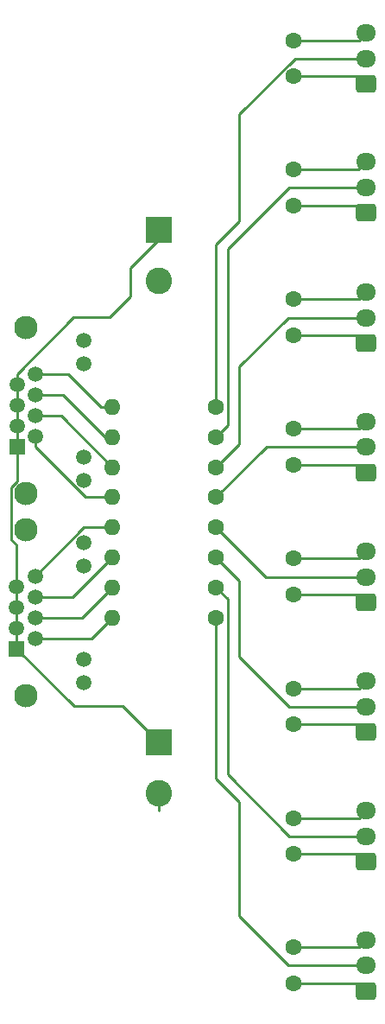
<source format=gbr>
%TF.GenerationSoftware,KiCad,Pcbnew,7.0.2*%
%TF.CreationDate,2023-05-20T11:27:23+02:00*%
%TF.ProjectId,octostrip,6f63746f-7374-4726-9970-2e6b69636164,rev?*%
%TF.SameCoordinates,Original*%
%TF.FileFunction,Copper,L1,Top*%
%TF.FilePolarity,Positive*%
%FSLAX46Y46*%
G04 Gerber Fmt 4.6, Leading zero omitted, Abs format (unit mm)*
G04 Created by KiCad (PCBNEW 7.0.2) date 2023-05-20 11:27:23*
%MOMM*%
%LPD*%
G01*
G04 APERTURE LIST*
G04 Aperture macros list*
%AMRoundRect*
0 Rectangle with rounded corners*
0 $1 Rounding radius*
0 $2 $3 $4 $5 $6 $7 $8 $9 X,Y pos of 4 corners*
0 Add a 4 corners polygon primitive as box body*
4,1,4,$2,$3,$4,$5,$6,$7,$8,$9,$2,$3,0*
0 Add four circle primitives for the rounded corners*
1,1,$1+$1,$2,$3*
1,1,$1+$1,$4,$5*
1,1,$1+$1,$6,$7*
1,1,$1+$1,$8,$9*
0 Add four rect primitives between the rounded corners*
20,1,$1+$1,$2,$3,$4,$5,0*
20,1,$1+$1,$4,$5,$6,$7,0*
20,1,$1+$1,$6,$7,$8,$9,0*
20,1,$1+$1,$8,$9,$2,$3,0*%
G04 Aperture macros list end*
%TA.AperFunction,ComponentPad*%
%ADD10R,2.600000X2.600000*%
%TD*%
%TA.AperFunction,ComponentPad*%
%ADD11C,2.600000*%
%TD*%
%TA.AperFunction,ComponentPad*%
%ADD12R,1.500000X1.500000*%
%TD*%
%TA.AperFunction,ComponentPad*%
%ADD13C,1.500000*%
%TD*%
%TA.AperFunction,ComponentPad*%
%ADD14C,2.300000*%
%TD*%
%TA.AperFunction,ComponentPad*%
%ADD15C,1.600000*%
%TD*%
%TA.AperFunction,ComponentPad*%
%ADD16O,1.600000X1.600000*%
%TD*%
%TA.AperFunction,ComponentPad*%
%ADD17RoundRect,0.250000X0.725000X-0.600000X0.725000X0.600000X-0.725000X0.600000X-0.725000X-0.600000X0*%
%TD*%
%TA.AperFunction,ComponentPad*%
%ADD18O,1.950000X1.700000*%
%TD*%
%TA.AperFunction,Conductor*%
%ADD19C,0.250000*%
%TD*%
G04 APERTURE END LIST*
D10*
%TO.P,Power1,1,Pin_1*%
%TO.N,GND*%
X77208000Y-73954000D03*
D11*
%TO.P,Power1,2,Pin_2*%
%TO.N,unconnected-(Power1-Pin_2-Pad2)*%
X77208000Y-78954000D03*
%TD*%
D12*
%TO.P,RJ2,1*%
%TO.N,GND*%
X63248000Y-115060000D03*
D13*
%TO.P,RJ2,2*%
%TO.N,Net-(R8-Pad2)*%
X65028000Y-114044000D03*
%TO.P,RJ2,3*%
%TO.N,GND*%
X63248000Y-113028000D03*
%TO.P,RJ2,4*%
%TO.N,Net-(R7-Pad2)*%
X65028000Y-112012000D03*
%TO.P,RJ2,5*%
%TO.N,GND*%
X63248000Y-110996000D03*
%TO.P,RJ2,6*%
%TO.N,Net-(R6-Pad2)*%
X65028000Y-109980000D03*
%TO.P,RJ2,7*%
%TO.N,GND*%
X63248000Y-108964000D03*
%TO.P,RJ2,8*%
%TO.N,Net-(R5-Pad2)*%
X65028000Y-107948000D03*
%TO.P,RJ2,9*%
%TO.N,N/C*%
X69848000Y-118360000D03*
%TO.P,RJ2,10*%
X69848000Y-116070000D03*
%TO.P,RJ2,11*%
X69848000Y-106930000D03*
%TO.P,RJ2,12*%
X69848000Y-104640000D03*
D14*
%TO.P,RJ2,SH*%
X64138000Y-119630000D03*
X64138000Y-103370000D03*
%TD*%
D10*
%TO.P,Power2,1,Pin_1*%
%TO.N,GND*%
X77216000Y-124206000D03*
D11*
%TO.P,Power2,2,Pin_2*%
%TO.N,unconnected-(Power2-Pin_2-Pad2)*%
X77216000Y-129206000D03*
%TD*%
D15*
%TO.P,C8,1*%
%TO.N,Net-(STRIP1-Pin_3)*%
X90424000Y-144272000D03*
%TO.P,C8,2*%
%TO.N,GND*%
X90424000Y-147772000D03*
%TD*%
%TO.P,C6,1*%
%TO.N,Net-(STRIP1-Pin_3)*%
X90424000Y-118900000D03*
%TO.P,C6,2*%
%TO.N,GND*%
X90424000Y-122400000D03*
%TD*%
%TO.P,R5,1*%
%TO.N,Net-(STRIP5-Pin_2)*%
X82804000Y-103124000D03*
D16*
%TO.P,R5,2*%
%TO.N,Net-(R5-Pad2)*%
X72644000Y-103124000D03*
%TD*%
D15*
%TO.P,R6,1*%
%TO.N,Net-(STRIP6-Pin_2)*%
X82804000Y-106074000D03*
D16*
%TO.P,R6,2*%
%TO.N,Net-(R6-Pad2)*%
X72644000Y-106074000D03*
%TD*%
D17*
%TO.P,STRIP6,1,Pin_1*%
%TO.N,GND*%
X97536000Y-123190000D03*
D18*
%TO.P,STRIP6,2,Pin_2*%
%TO.N,Net-(STRIP6-Pin_2)*%
X97536000Y-120690000D03*
%TO.P,STRIP6,3,Pin_3*%
%TO.N,Net-(STRIP1-Pin_3)*%
X97536000Y-118190000D03*
%TD*%
D15*
%TO.P,R2,1*%
%TO.N,Net-(STRIP2-Pin_2)*%
X82804000Y-94274000D03*
D16*
%TO.P,R2,2*%
%TO.N,Net-(R2-Pad2)*%
X72644000Y-94274000D03*
%TD*%
D15*
%TO.P,R4,1*%
%TO.N,Net-(STRIP4-Pin_2)*%
X82804000Y-100174000D03*
D16*
%TO.P,R4,2*%
%TO.N,Net-(R4-Pad2)*%
X72644000Y-100174000D03*
%TD*%
D15*
%TO.P,C7,1*%
%TO.N,Net-(STRIP1-Pin_3)*%
X90424000Y-131600000D03*
%TO.P,C7,2*%
%TO.N,GND*%
X90424000Y-135100000D03*
%TD*%
%TO.P,C2,1*%
%TO.N,Net-(STRIP1-Pin_3)*%
X90424000Y-68072000D03*
%TO.P,C2,2*%
%TO.N,GND*%
X90424000Y-71572000D03*
%TD*%
%TO.P,C1,1*%
%TO.N,Net-(STRIP1-Pin_3)*%
X90424000Y-55400000D03*
%TO.P,C1,2*%
%TO.N,GND*%
X90424000Y-58900000D03*
%TD*%
D17*
%TO.P,STRIP4,1,Pin_1*%
%TO.N,GND*%
X97536000Y-97750000D03*
D18*
%TO.P,STRIP4,2,Pin_2*%
%TO.N,Net-(STRIP4-Pin_2)*%
X97536000Y-95250000D03*
%TO.P,STRIP4,3,Pin_3*%
%TO.N,Net-(STRIP1-Pin_3)*%
X97536000Y-92750000D03*
%TD*%
D15*
%TO.P,R1,1*%
%TO.N,Net-(STRIP1-Pin_2)*%
X82804000Y-91324000D03*
D16*
%TO.P,R1,2*%
%TO.N,Net-(R1-Pad2)*%
X72644000Y-91324000D03*
%TD*%
D15*
%TO.P,R7,1*%
%TO.N,Net-(STRIP7-Pin_2)*%
X82804000Y-109024000D03*
D16*
%TO.P,R7,2*%
%TO.N,Net-(R7-Pad2)*%
X72644000Y-109024000D03*
%TD*%
D17*
%TO.P,STRIP5,1,Pin_1*%
%TO.N,GND*%
X97536000Y-110490000D03*
D18*
%TO.P,STRIP5,2,Pin_2*%
%TO.N,Net-(STRIP5-Pin_2)*%
X97536000Y-107990000D03*
%TO.P,STRIP5,3,Pin_3*%
%TO.N,Net-(STRIP1-Pin_3)*%
X97536000Y-105490000D03*
%TD*%
D17*
%TO.P,STRIP2,1,Pin_1*%
%TO.N,GND*%
X97536000Y-72310000D03*
D18*
%TO.P,STRIP2,2,Pin_2*%
%TO.N,Net-(STRIP2-Pin_2)*%
X97536000Y-69810000D03*
%TO.P,STRIP2,3,Pin_3*%
%TO.N,Net-(STRIP1-Pin_3)*%
X97536000Y-67310000D03*
%TD*%
D15*
%TO.P,R8,1*%
%TO.N,Net-(STRIP8-Pin_2)*%
X82804000Y-111974000D03*
D16*
%TO.P,R8,2*%
%TO.N,Net-(R8-Pad2)*%
X72644000Y-111974000D03*
%TD*%
D15*
%TO.P,C3,1*%
%TO.N,Net-(STRIP1-Pin_3)*%
X90424000Y-80772000D03*
%TO.P,C3,2*%
%TO.N,GND*%
X90424000Y-84272000D03*
%TD*%
%TO.P,C4,1*%
%TO.N,Net-(STRIP1-Pin_3)*%
X90424000Y-93472000D03*
%TO.P,C4,2*%
%TO.N,GND*%
X90424000Y-96972000D03*
%TD*%
D17*
%TO.P,STRIP3,1,Pin_1*%
%TO.N,GND*%
X97536000Y-85090000D03*
D18*
%TO.P,STRIP3,2,Pin_2*%
%TO.N,Net-(STRIP3-Pin_2)*%
X97536000Y-82590000D03*
%TO.P,STRIP3,3,Pin_3*%
%TO.N,Net-(STRIP1-Pin_3)*%
X97536000Y-80090000D03*
%TD*%
D15*
%TO.P,R3,1*%
%TO.N,Net-(STRIP3-Pin_2)*%
X82804000Y-97224000D03*
D16*
%TO.P,R3,2*%
%TO.N,Net-(R3-Pad2)*%
X72644000Y-97224000D03*
%TD*%
D12*
%TO.P,RJ1,1*%
%TO.N,GND*%
X63250000Y-95252000D03*
D13*
%TO.P,RJ1,2*%
%TO.N,Net-(R4-Pad2)*%
X65030000Y-94236000D03*
%TO.P,RJ1,3*%
%TO.N,GND*%
X63250000Y-93220000D03*
%TO.P,RJ1,4*%
%TO.N,Net-(R3-Pad2)*%
X65030000Y-92204000D03*
%TO.P,RJ1,5*%
%TO.N,GND*%
X63250000Y-91188000D03*
%TO.P,RJ1,6*%
%TO.N,Net-(R2-Pad2)*%
X65030000Y-90172000D03*
%TO.P,RJ1,7*%
%TO.N,GND*%
X63250000Y-89156000D03*
%TO.P,RJ1,8*%
%TO.N,Net-(R1-Pad2)*%
X65030000Y-88140000D03*
%TO.P,RJ1,9*%
%TO.N,N/C*%
X69850000Y-98552000D03*
%TO.P,RJ1,10*%
X69850000Y-96262000D03*
%TO.P,RJ1,11*%
X69850000Y-87122000D03*
%TO.P,RJ1,12*%
X69850000Y-84832000D03*
D14*
%TO.P,RJ1,SH*%
X64140000Y-99822000D03*
X64140000Y-83562000D03*
%TD*%
D15*
%TO.P,C5,1*%
%TO.N,Net-(STRIP1-Pin_3)*%
X90424000Y-106172000D03*
%TO.P,C5,2*%
%TO.N,GND*%
X90424000Y-109672000D03*
%TD*%
D17*
%TO.P,STRIP8,1,Pin_1*%
%TO.N,GND*%
X97536000Y-148550000D03*
D18*
%TO.P,STRIP8,2,Pin_2*%
%TO.N,Net-(STRIP8-Pin_2)*%
X97536000Y-146050000D03*
%TO.P,STRIP8,3,Pin_3*%
%TO.N,Net-(STRIP1-Pin_3)*%
X97536000Y-143550000D03*
%TD*%
D17*
%TO.P,STRIP7,1,Pin_1*%
%TO.N,GND*%
X97536000Y-135890000D03*
D18*
%TO.P,STRIP7,2,Pin_2*%
%TO.N,Net-(STRIP7-Pin_2)*%
X97536000Y-133390000D03*
%TO.P,STRIP7,3,Pin_3*%
%TO.N,Net-(STRIP1-Pin_3)*%
X97536000Y-130890000D03*
%TD*%
D17*
%TO.P,STRIP1,1,Pin_1*%
%TO.N,GND*%
X97536000Y-59690000D03*
D18*
%TO.P,STRIP1,2,Pin_2*%
%TO.N,Net-(STRIP1-Pin_2)*%
X97536000Y-57190000D03*
%TO.P,STRIP1,3,Pin_3*%
%TO.N,Net-(STRIP1-Pin_3)*%
X97536000Y-54690000D03*
%TD*%
D19*
%TO.N,GND*%
X72390000Y-82550000D02*
X68834000Y-82550000D01*
X63250000Y-88134000D02*
X63250000Y-89156000D01*
X74422000Y-80518000D02*
X72390000Y-82550000D01*
X74422000Y-77724000D02*
X74422000Y-80518000D01*
X77208000Y-73954000D02*
X77208000Y-74938000D01*
X77208000Y-74938000D02*
X74422000Y-77724000D01*
X68834000Y-82550000D02*
X63250000Y-88134000D01*
%TO.N,Net-(STRIP8-Pin_2)*%
X82804000Y-127762000D02*
X82804000Y-111974000D01*
X85090000Y-130048000D02*
X82804000Y-127762000D01*
X85090000Y-141224000D02*
X85090000Y-130048000D01*
X89916000Y-146050000D02*
X85090000Y-141224000D01*
X97536000Y-146050000D02*
X89916000Y-146050000D01*
%TO.N,Net-(STRIP1-Pin_2)*%
X90543009Y-57190000D02*
X97536000Y-57190000D01*
X85090000Y-62643009D02*
X90543009Y-57190000D01*
X85090000Y-73152000D02*
X85090000Y-62643009D01*
X82804000Y-75438000D02*
X85090000Y-73152000D01*
X82804000Y-91324000D02*
X82804000Y-75438000D01*
%TO.N,GND*%
X96758000Y-147772000D02*
X97536000Y-148550000D01*
X90424000Y-147772000D02*
X96758000Y-147772000D01*
%TO.N,Net-(STRIP1-Pin_3)*%
X96814000Y-144272000D02*
X97536000Y-143550000D01*
X90424000Y-144272000D02*
X96814000Y-144272000D01*
%TO.N,GND*%
X96746000Y-135100000D02*
X97536000Y-135890000D01*
X90424000Y-135100000D02*
X96746000Y-135100000D01*
%TO.N,Net-(STRIP1-Pin_3)*%
X96826000Y-131600000D02*
X97536000Y-130890000D01*
X90424000Y-131600000D02*
X96826000Y-131600000D01*
%TO.N,Net-(STRIP7-Pin_2)*%
X83929000Y-110149000D02*
X82804000Y-109024000D01*
X89956000Y-133390000D02*
X83929000Y-127363000D01*
X83929000Y-127363000D02*
X83929000Y-110149000D01*
X97536000Y-133390000D02*
X89956000Y-133390000D01*
%TO.N,Net-(STRIP6-Pin_2)*%
X85090000Y-108360000D02*
X82804000Y-106074000D01*
X85090000Y-115824000D02*
X85090000Y-108360000D01*
X97536000Y-120690000D02*
X89956000Y-120690000D01*
X89956000Y-120690000D02*
X85090000Y-115824000D01*
%TO.N,GND*%
X96746000Y-122400000D02*
X97536000Y-123190000D01*
X90424000Y-122400000D02*
X96746000Y-122400000D01*
%TO.N,Net-(STRIP1-Pin_3)*%
X96826000Y-118900000D02*
X97536000Y-118190000D01*
X90424000Y-118900000D02*
X96826000Y-118900000D01*
%TO.N,GND*%
X96718000Y-109672000D02*
X97536000Y-110490000D01*
X90424000Y-109672000D02*
X96718000Y-109672000D01*
%TO.N,Net-(STRIP5-Pin_2)*%
X87670000Y-107990000D02*
X82804000Y-103124000D01*
X97536000Y-107990000D02*
X87670000Y-107990000D01*
%TO.N,Net-(STRIP1-Pin_3)*%
X96854000Y-106172000D02*
X97536000Y-105490000D01*
X90424000Y-106172000D02*
X96854000Y-106172000D01*
%TO.N,GND*%
X96758000Y-96972000D02*
X97536000Y-97750000D01*
X90424000Y-96972000D02*
X96758000Y-96972000D01*
%TO.N,Net-(STRIP1-Pin_3)*%
X96814000Y-93472000D02*
X97536000Y-92750000D01*
X90424000Y-93472000D02*
X96814000Y-93472000D01*
%TO.N,Net-(STRIP4-Pin_2)*%
X87728000Y-95250000D02*
X82804000Y-100174000D01*
X97536000Y-95250000D02*
X87728000Y-95250000D01*
%TO.N,GND*%
X96718000Y-84272000D02*
X90424000Y-84272000D01*
X97536000Y-85090000D02*
X96718000Y-84272000D01*
%TO.N,Net-(STRIP3-Pin_2)*%
X85090000Y-87376000D02*
X85090000Y-94938000D01*
X85090000Y-94938000D02*
X82804000Y-97224000D01*
X97536000Y-82590000D02*
X89876000Y-82590000D01*
X89876000Y-82590000D02*
X85090000Y-87376000D01*
%TO.N,Net-(STRIP1-Pin_3)*%
X96854000Y-80772000D02*
X97536000Y-80090000D01*
X90424000Y-80772000D02*
X96854000Y-80772000D01*
%TO.N,GND*%
X96798000Y-71572000D02*
X90424000Y-71572000D01*
X97536000Y-72310000D02*
X96798000Y-71572000D01*
%TO.N,Net-(STRIP2-Pin_2)*%
X83929000Y-93149000D02*
X82804000Y-94274000D01*
X89956000Y-69810000D02*
X83929000Y-75837000D01*
X83929000Y-75837000D02*
X83929000Y-93149000D01*
X97536000Y-69810000D02*
X89956000Y-69810000D01*
%TO.N,Net-(STRIP1-Pin_3)*%
X90424000Y-68072000D02*
X96774000Y-68072000D01*
X96774000Y-68072000D02*
X97536000Y-67310000D01*
%TO.N,GND*%
X96746000Y-58900000D02*
X97536000Y-59690000D01*
X90424000Y-58900000D02*
X96746000Y-58900000D01*
%TO.N,Net-(STRIP1-Pin_3)*%
X96826000Y-55400000D02*
X97536000Y-54690000D01*
X90424000Y-55400000D02*
X96826000Y-55400000D01*
%TO.N,GND*%
X73660000Y-120650000D02*
X77216000Y-124206000D01*
X68838000Y-120650000D02*
X73660000Y-120650000D01*
X63248000Y-115060000D02*
X68838000Y-120650000D01*
%TO.N,unconnected-(Power2-Pin_2-Pad2)*%
X77208000Y-130850000D02*
X77208000Y-129020000D01*
%TO.N,GND*%
X63250000Y-98626034D02*
X62663000Y-99213034D01*
X63248000Y-108964000D02*
X63248000Y-110996000D01*
X63250000Y-93220000D02*
X63250000Y-95252000D01*
X63250000Y-95252000D02*
X63250000Y-98626034D01*
X63250000Y-89156000D02*
X63250000Y-91188000D01*
X63250000Y-91188000D02*
X63250000Y-93220000D01*
X62663000Y-99213034D02*
X62663000Y-104276573D01*
X63248000Y-104861573D02*
X63248000Y-108964000D01*
X63248000Y-113028000D02*
X63248000Y-115060000D01*
X62663000Y-104276573D02*
X63248000Y-104861573D01*
X63248000Y-110996000D02*
X63248000Y-113028000D01*
%TO.N,Net-(STRIP1-Pin_2)*%
X97322000Y-57404000D02*
X97536000Y-57190000D01*
%TO.N,Net-(STRIP2-Pin_2)*%
X97496000Y-69850000D02*
X97536000Y-69810000D01*
%TO.N,Net-(R1-Pad2)*%
X72644000Y-91324000D02*
X71512000Y-91324000D01*
X65532000Y-88138000D02*
X65032000Y-88138000D01*
X65032000Y-88138000D02*
X65030000Y-88140000D01*
X71512000Y-91324000D02*
X68328000Y-88140000D01*
X68328000Y-88140000D02*
X65030000Y-88140000D01*
%TO.N,Net-(R2-Pad2)*%
X65030000Y-90172000D02*
X67820000Y-90172000D01*
X67820000Y-90172000D02*
X71922000Y-94274000D01*
X71922000Y-94274000D02*
X72644000Y-94274000D01*
%TO.N,Net-(R3-Pad2)*%
X72644000Y-97224000D02*
X67624000Y-92204000D01*
X67624000Y-92204000D02*
X65030000Y-92204000D01*
X72644000Y-97224000D02*
X72332280Y-97224000D01*
%TO.N,Net-(R4-Pad2)*%
X69951720Y-100174000D02*
X65030000Y-95252280D01*
X72644000Y-100174000D02*
X69951720Y-100174000D01*
X65030000Y-95252280D02*
X65030000Y-94236000D01*
%TO.N,Net-(R5-Pad2)*%
X65028000Y-107939720D02*
X65028000Y-107948000D01*
X72644000Y-103124000D02*
X69843720Y-103124000D01*
X69843720Y-103124000D02*
X65028000Y-107939720D01*
%TO.N,Net-(R6-Pad2)*%
X68738000Y-109980000D02*
X72644000Y-106074000D01*
X65028000Y-109980000D02*
X68738000Y-109980000D01*
%TO.N,Net-(R7-Pad2)*%
X65028000Y-112012000D02*
X69656000Y-112012000D01*
X69656000Y-112012000D02*
X72644000Y-109024000D01*
%TO.N,Net-(R8-Pad2)*%
X70574000Y-114044000D02*
X72644000Y-111974000D01*
X65028000Y-114044000D02*
X70574000Y-114044000D01*
%TD*%
M02*

</source>
